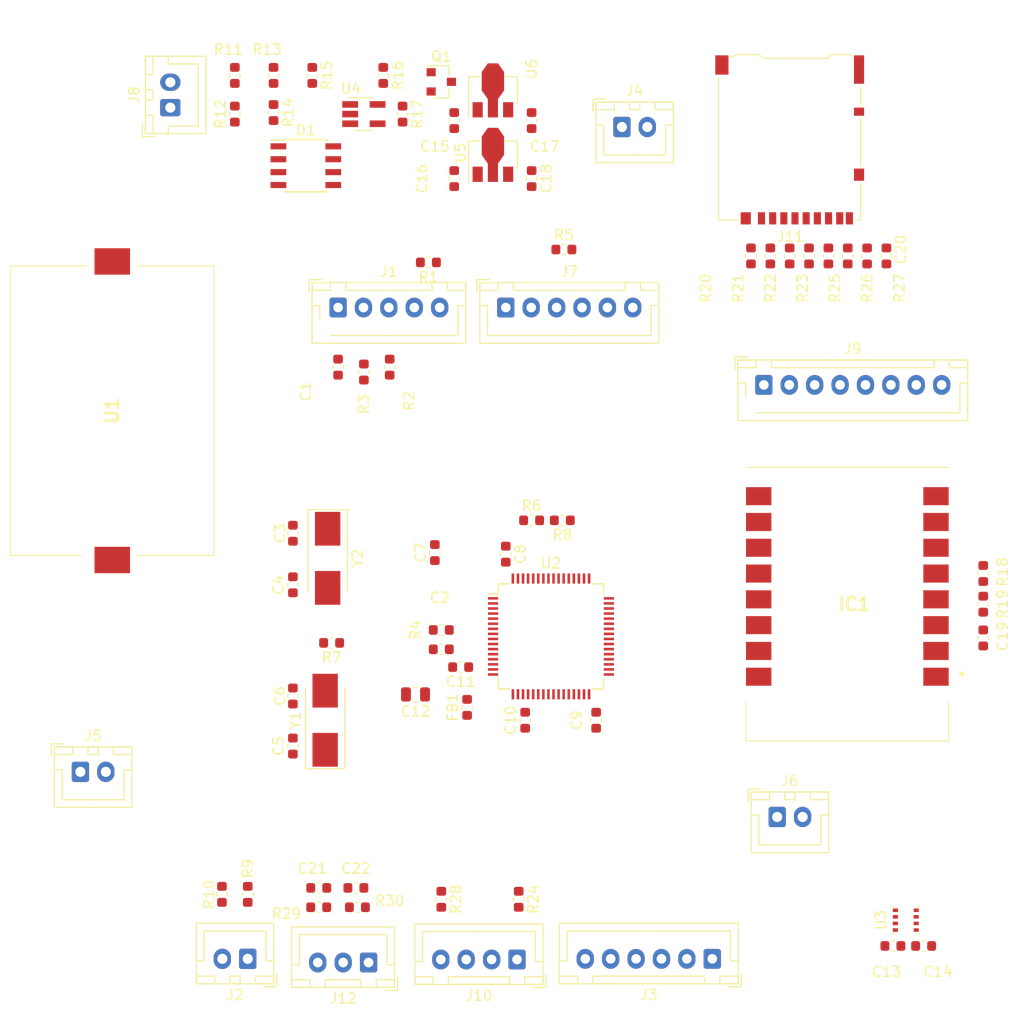
<source format=kicad_pcb>
(kicad_pcb (version 20171130) (host pcbnew "(5.0.2)-1")
  (layers (0 F.Cu signal) (31 B.Cu signal) (34 B.Paste user) (35 F.Paste user) (36 B.SilkS user) (37 F.SilkS user) (38 B.Mask user) (39 F.Mask user) (44 Edge.Cuts user))
  (net 0 "")
  (net 1 GND)
  (net 2 +5V)
  (net 3 Reset)
  (net 4 "Net-(C3-Pad1)")
  (net 5 "Net-(C4-Pad1)")
  (net 6 "Net-(C5-Pad1)")
  (net 7 "Net-(C6-Pad1)")
  (net 8 +3.3V)
  (net 9 "Net-(C11-Pad1)")
  (net 10 "Net-(C15-Pad1)")
  (net 11 /SD/BUTTON_2)
  (net 12 /SD/BUTTON_1)
  (net 13 "Net-(D1-Pad8)")
  (net 14 /LoRa_Lambda_9S/NSEL)
  (net 15 /LoRa_Lambda_9S/SDI)
  (net 16 /LoRa_Lambda_9S/SDO)
  (net 17 /LoRa_Lambda_9S/SCLK)
  (net 18 /LoRa_Lambda_9S/RESET)
  (net 19 "Net-(IC1-Pad11)")
  (net 20 "Net-(IC1-Pad10)")
  (net 21 "Net-(IC1-Pad9)")
  (net 22 "Net-(IC1-Pad8)")
  (net 23 "Net-(IC1-Pad7)")
  (net 24 "Net-(IC1-Pad6)")
  (net 25 /LoRa_Lambda_9S/TX_SWITCH)
  (net 26 /LoRa_Lambda_9S/RX_SWITCH)
  (net 27 "Net-(IC1-Pad1)")
  (net 28 "Net-(J1-Pad2)")
  (net 29 "Net-(J1-Pad3)")
  (net 30 "Net-(J1-Pad4)")
  (net 31 "Net-(J2-Pad1)")
  (net 32 "Net-(J2-Pad2)")
  (net 33 "Net-(J3-Pad1)")
  (net 34 "Net-(J3-Pad2)")
  (net 35 "Net-(J3-Pad3)")
  (net 36 "Net-(J3-Pad4)")
  (net 37 SWO)
  (net 38 SWDIO)
  (net 39 SWCLK)
  (net 40 "Net-(J8-Pad2)")
  (net 41 "Net-(J10-Pad1)")
  (net 42 "Net-(J10-Pad4)")
  (net 43 /SD/SD_D1)
  (net 44 /SD/SD_D2)
  (net 45 /SD/SD_CS)
  (net 46 /SD/SD_CMD)
  (net 47 /SD/SD_CLK)
  (net 48 /SD/SD_D0)
  (net 49 /SD/SD_DET)
  (net 50 "Net-(Q1-Pad1)")
  (net 51 "Net-(R6-Pad2)")
  (net 52 "Net-(R7-Pad1)")
  (net 53 ADC_UBATT)
  (net 54 "Net-(R13-Pad2)")
  (net 55 "Net-(R17-Pad2)")
  (net 56 /SD/LED_GRN)
  (net 57 /SD/LED_RD)
  (net 58 "Net-(U1-Pad1)")
  (net 59 "Net-(U2-Pad2)")
  (net 60 "Net-(U2-Pad11)")
  (net 61 "Net-(U2-Pad14)")
  (net 62 "Net-(U2-Pad15)")
  (net 63 "Net-(U2-Pad26)")
  (net 64 "Net-(U2-Pad27)")
  (net 65 "Net-(U2-Pad28)")
  (net 66 "Net-(U2-Pad29)")
  (net 67 "Net-(U2-Pad30)")
  (net 68 "Net-(U2-Pad44)")
  (net 69 "Net-(U2-Pad45)")
  (net 70 "Net-(U2-Pad48)")
  (net 71 "Net-(U2-Pad50)")
  (net 72 "Net-(U2-Pad54)")
  (net 73 "Net-(U2-Pad56)")
  (net 74 "Net-(U2-Pad57)")
  (net 75 "Net-(U2-Pad58)")
  (net 76 "Net-(U2-Pad59)")
  (net 77 "Net-(U2-Pad61)")
  (net 78 "Net-(U2-Pad62)")
  (module Resistor_SMD:R_0603_1608Metric (layer F.Cu) (at 158.115 64.135 270)
    (fp_text reference C20 (at -0.635 -1.43 270) (layer F.SilkS))
    (fp_text value 100nF)
    (pad 2 smd roundrect (at 0.7875 0 270) (size 0.875 0.95) (layers F.Cu F.Paste F.Mask) (net 8 +3.3V))
    (pad 1 smd roundrect (at -0.7875 0 270) (size 0.875 0.95) (layers F.Cu F.Paste F.Mask) (net 1 GND))
  )
  (module Inductor_SMD:L_0603_1608Metric (layer F.Cu) (at 104.14 75.0825 270)
    (fp_text reference C1 (at 2.3875 3.175 270) (layer F.SilkS))
    (fp_text value 100nF)
    (pad 2 smd roundrect (at 0.7875 0 270) (size 0.875 0.95) (layers F.Cu F.Paste F.Mask) (net 1 GND))
    (pad 1 smd roundrect (at -0.7875 0 270) (size 0.875 0.95) (layers F.Cu F.Paste F.Mask) (net 2 +5V))
  )
  (module Inductor_SMD:L_0603_1608Metric (layer F.Cu) (at 116.84 108.585 90)
    (fp_text reference FB1 (at 0 -1.43 90) (layer F.SilkS))
    (fp_text value Ferrite_Bead)
    (pad 2 smd roundrect (at 0.7875 0 90) (size 0.875 0.95) (layers F.Cu F.Paste F.Mask) (net 9 "Net-(C11-Pad1)"))
    (pad 1 smd roundrect (at -0.7875 0 90) (size 0.875 0.95) (layers F.Cu F.Paste F.Mask) (net 8 +3.3V))
  )
  (module Resistor_SMD:R_0603_1608Metric (layer F.Cu) (at 102.235 126.365 180)
    (fp_text reference C21 (at 0.635 1.905 180) (layer F.SilkS))
    (fp_text value 100nF)
    (pad 2 smd roundrect (at 0.7875 0 180) (size 0.875 0.95) (layers F.Cu F.Paste F.Mask) (net 1 GND))
    (pad 1 smd roundrect (at -0.7875 0 180) (size 0.875 0.95) (layers F.Cu F.Paste F.Mask) (net 11 /SD/BUTTON_2))
  )
  (module Resistor_SMD:R_0603_1608Metric (layer F.Cu) (at 105.8925 126.365)
    (fp_text reference C22 (at 0 -1.905) (layer F.SilkS))
    (fp_text value 100nF)
    (pad 2 smd roundrect (at 0.7875 0) (size 0.875 0.95) (layers F.Cu F.Paste F.Mask) (net 12 /SD/BUTTON_1))
    (pad 1 smd roundrect (at -0.7875 0) (size 0.875 0.95) (layers F.Cu F.Paste F.Mask) (net 1 GND))
  )
  (module Resistor_SMD:R_0603_1608Metric (layer F.Cu) (at 113.665 93.345 90)
    (fp_text reference C7 (at 0 -1.43 90) (layer F.SilkS))
    (fp_text value 4.7µF)
    (pad 2 smd roundrect (at 0.7875 0 90) (size 0.875 0.95) (layers F.Cu F.Paste F.Mask) (net 1 GND))
    (pad 1 smd roundrect (at -0.7875 0 90) (size 0.875 0.95) (layers F.Cu F.Paste F.Mask) (net 8 +3.3V))
  )
  (module Capacitor_SMD:C_0603_1608Metric (layer F.Cu) (at 114.3 102.87 180)
    (fp_text reference C2 (at 0.1525 5.08 180) (layer F.SilkS))
    (fp_text value 100nF)
    (pad 1 smd roundrect (at -0.7875 0 180) (size 0.875 0.95) (layers F.Cu F.Paste F.Mask) (net 3 Reset))
    (pad 2 smd roundrect (at 0.7875 0 180) (size 0.875 0.95) (layers F.Cu F.Paste F.Mask) (net 1 GND))
  )
  (module Capacitor_SMD:C_0603_1608Metric (layer F.Cu) (at 99.695 91.44 270)
    (fp_text reference C3 (at 0 1.27 270) (layer F.SilkS))
    (fp_text value 10pF)
    (pad 1 smd roundrect (at -0.7875 0 270) (size 0.875 0.95) (layers F.Cu F.Paste F.Mask) (net 4 "Net-(C3-Pad1)"))
    (pad 2 smd roundrect (at 0.7875 0 270) (size 0.875 0.95) (layers F.Cu F.Paste F.Mask) (net 1 GND))
  )
  (module Capacitor_SMD:C_0603_1608Metric (layer F.Cu) (at 99.695 96.52 90)
    (fp_text reference C4 (at 0 -1.43 90) (layer F.SilkS))
    (fp_text value 10pF)
    (pad 1 smd roundrect (at -0.7875 0 90) (size 0.875 0.95) (layers F.Cu F.Paste F.Mask) (net 5 "Net-(C4-Pad1)"))
    (pad 2 smd roundrect (at 0.7875 0 90) (size 0.875 0.95) (layers F.Cu F.Paste F.Mask) (net 1 GND))
  )
  (module Capacitor_SMD:C_0603_1608Metric (layer F.Cu) (at 99.695 112.395 90)
    (fp_text reference C5 (at 0 -1.43 90) (layer F.SilkS))
    (fp_text value 10pF)
    (pad 1 smd roundrect (at -0.7875 0 90) (size 0.875 0.95) (layers F.Cu F.Paste F.Mask) (net 6 "Net-(C5-Pad1)"))
    (pad 2 smd roundrect (at 0.7875 0 90) (size 0.875 0.95) (layers F.Cu F.Paste F.Mask) (net 1 GND))
  )
  (module Capacitor_SMD:C_0603_1608Metric (layer F.Cu) (at 99.695 107.4675 270)
    (fp_text reference C6 (at 0 1.27 270) (layer F.SilkS))
    (fp_text value 10pF)
    (pad 2 smd roundrect (at 0.7875 0 270) (size 0.875 0.95) (layers F.Cu F.Paste F.Mask) (net 1 GND))
    (pad 1 smd roundrect (at -0.7875 0 270) (size 0.875 0.95) (layers F.Cu F.Paste F.Mask) (net 7 "Net-(C6-Pad1)"))
  )
  (module Capacitor_SMD:C_0603_1608Metric (layer F.Cu) (at 120.65 93.4975 270)
    (fp_text reference C8 (at 0 -1.43 90) (layer F.SilkS))
    (fp_text value 100nF)
    (pad 2 smd roundrect (at 0.7875 0 270) (size 0.875 0.95) (layers F.Cu F.Paste F.Mask) (net 8 +3.3V))
    (pad 1 smd roundrect (at -0.7875 0 270) (size 0.875 0.95) (layers F.Cu F.Paste F.Mask) (net 1 GND))
  )
  (module Capacitor_SMD:C_0603_1608Metric (layer F.Cu) (at 129.54 109.855 90)
    (fp_text reference C9 (at 0 -1.905 90) (layer F.SilkS))
    (fp_text value 100nF)
    (pad 1 smd roundrect (at -0.7875 0 90) (size 0.875 0.95) (layers F.Cu F.Paste F.Mask) (net 1 GND))
    (pad 2 smd roundrect (at 0.7875 0 90) (size 0.875 0.95) (layers F.Cu F.Paste F.Mask) (net 8 +3.3V))
  )
  (module Capacitor_SMD:C_0603_1608Metric (layer F.Cu) (at 122.555 109.855 90)
    (fp_text reference C10 (at 0 -1.43 90) (layer F.SilkS))
    (fp_text value 100nF)
    (pad 2 smd roundrect (at 0.7875 0 90) (size 0.875 0.95) (layers F.Cu F.Paste F.Mask) (net 8 +3.3V))
    (pad 1 smd roundrect (at -0.7875 0 90) (size 0.875 0.95) (layers F.Cu F.Paste F.Mask) (net 1 GND))
  )
  (module Capacitor_SMD:C_0603_1608Metric (layer F.Cu) (at 116.205 104.6225 180)
    (fp_text reference C11 (at 0 -1.4225 180) (layer F.SilkS))
    (fp_text value 100nF)
    (pad 2 smd roundrect (at 0.7875 0 180) (size 0.875 0.95) (layers F.Cu F.Paste F.Mask) (net 1 GND))
    (pad 1 smd roundrect (at -0.7875 0 180) (size 0.875 0.95) (layers F.Cu F.Paste F.Mask) (net 9 "Net-(C11-Pad1)"))
  )
  (module Capacitor_SMD:C_0805_2012Metric (layer F.Cu) (at 111.76 107.315 180)
    (fp_text reference C12 (at 0 -1.65 180) (layer F.SilkS))
    (fp_text value 4.7µF)
    (pad 1 smd roundrect (at -0.9375 0 180) (size 0.975 1.4) (layers F.Cu F.Paste F.Mask) (net 9 "Net-(C11-Pad1)"))
    (pad 2 smd roundrect (at 0.9375 0 180) (size 0.975 1.4) (layers F.Cu F.Paste F.Mask) (net 1 GND))
  )
  (module Capacitor_SMD:C_0603_1608Metric (layer F.Cu) (at 158.75 132.08)
    (fp_text reference C13 (at -0.635 2.54) (layer F.SilkS))
    (fp_text value 100nF)
    (pad 2 smd roundrect (at 0.7875 0) (size 0.875 0.95) (layers F.Cu F.Paste F.Mask) (net 8 +3.3V))
    (pad 1 smd roundrect (at -0.7875 0) (size 0.875 0.95) (layers F.Cu F.Paste F.Mask) (net 1 GND))
  )
  (module Capacitor_SMD:C_0603_1608Metric (layer F.Cu) (at 161.7725 132.08)
    (fp_text reference C14 (at 1.4225 2.54) (layer F.SilkS))
    (fp_text value 100nF)
    (pad 1 smd roundrect (at -0.7875 0) (size 0.875 0.95) (layers F.Cu F.Paste F.Mask) (net 8 +3.3V))
    (pad 2 smd roundrect (at 0.7875 0) (size 0.875 0.95) (layers F.Cu F.Paste F.Mask) (net 1 GND))
  )
  (module Capacitor_SMD:C_0603_1608Metric (layer F.Cu) (at 115.57 50.8 270)
    (fp_text reference C15 (at 2.54 1.905) (layer F.SilkS))
    (fp_text value 1µF)
    (pad 1 smd roundrect (at -0.7875 0 270) (size 0.875 0.95) (layers F.Cu F.Paste F.Mask) (net 10 "Net-(C15-Pad1)"))
    (pad 2 smd roundrect (at 0.7875 0 270) (size 0.875 0.95) (layers F.Cu F.Paste F.Mask) (net 1 GND))
  )
  (module Capacitor_SMD:C_0603_1608Metric (layer F.Cu) (at 115.57 56.515 270)
    (fp_text reference C16 (at 0 3.175 270) (layer F.SilkS))
    (fp_text value 1µF)
    (pad 2 smd roundrect (at 0.7875 0 270) (size 0.875 0.95) (layers F.Cu F.Paste F.Mask) (net 1 GND))
    (pad 1 smd roundrect (at -0.7875 0 270) (size 0.875 0.95) (layers F.Cu F.Paste F.Mask) (net 10 "Net-(C15-Pad1)"))
  )
  (module Capacitor_SMD:C_0603_1608Metric (layer F.Cu) (at 123.19 50.8 270)
    (fp_text reference C17 (at 2.54 -1.27) (layer F.SilkS))
    (fp_text value 2.2µF)
    (pad 2 smd roundrect (at 0.7875 0 270) (size 0.875 0.95) (layers F.Cu F.Paste F.Mask) (net 1 GND))
    (pad 1 smd roundrect (at -0.7875 0 270) (size 0.875 0.95) (layers F.Cu F.Paste F.Mask) (net 2 +5V))
  )
  (module Capacitor_SMD:C_0603_1608Metric (layer F.Cu) (at 123.19 56.515 270)
    (fp_text reference C18 (at 0 -1.43 270) (layer F.SilkS))
    (fp_text value 2.2µF)
    (pad 1 smd roundrect (at -0.7875 0 270) (size 0.875 0.95) (layers F.Cu F.Paste F.Mask) (net 8 +3.3V))
    (pad 2 smd roundrect (at 0.7875 0 270) (size 0.875 0.95) (layers F.Cu F.Paste F.Mask) (net 1 GND))
  )
  (module Capacitor_SMD:C_0603_1608Metric (layer F.Cu) (at 167.64 101.7525 90)
    (fp_text reference C19 (at 0.1525 1.905 90) (layer F.SilkS))
    (fp_text value 1µF)
    (pad 2 smd roundrect (at 0.7875 0 90) (size 0.875 0.95) (layers F.Cu F.Paste F.Mask) (net 8 +3.3V))
    (pad 1 smd roundrect (at -0.7875 0 90) (size 0.875 0.95) (layers F.Cu F.Paste F.Mask) (net 1 GND))
  )
  (module Package_SO:SOIC-8_3.9x4.9mm_P1.27mm (layer F.Cu) (at 100.965 55.245)
    (fp_text reference D1 (at 0 -3.5) (layer F.SilkS))
    (fp_text value LM285D-2.5)
    (pad 1 smd rect (at -2.7 -1.905) (size 1.55 0.6) (layers F.Cu F.Paste F.Mask))
    (pad 2 smd rect (at -2.7 -0.635) (size 1.55 0.6) (layers F.Cu F.Paste F.Mask))
    (pad 3 smd rect (at -2.7 0.635) (size 1.55 0.6) (layers F.Cu F.Paste F.Mask))
    (pad 4 smd rect (at -2.7 1.905) (size 1.55 0.6) (layers F.Cu F.Paste F.Mask) (net 1 GND))
    (pad 5 smd rect (at 2.7 1.905) (size 1.55 0.6) (layers F.Cu F.Paste F.Mask))
    (pad 6 smd rect (at 2.7 0.635) (size 1.55 0.6) (layers F.Cu F.Paste F.Mask))
    (pad 7 smd rect (at 2.7 -0.635) (size 1.55 0.6) (layers F.Cu F.Paste F.Mask))
    (pad 8 smd rect (at 2.7 -1.905) (size 1.55 0.6) (layers F.Cu F.Paste F.Mask) (net 13 "Net-(D1-Pad8)"))
  )
  (module Lambda_9S:LAMBDA9S (layer F.Cu) (at 154.94 98.425 180)
    (fp_text reference IC1 (at 0 0 180) (layer F.SilkS) (effects (font (size 1.27 1.27) (thickness 0.254))))
    (fp_text value LAMBDA-9S hide)
    (pad 16 smd rect (at 9.4 -7.145 270) (size 1.78 2.5) (layers F.Cu F.Paste F.Mask) (net 14 /LoRa_Lambda_9S/NSEL))
    (pad 15 smd rect (at 9.4 -4.605 270) (size 1.78 2.5) (layers F.Cu F.Paste F.Mask) (net 15 /LoRa_Lambda_9S/SDI))
    (pad 14 smd rect (at 9.4 -2.065 270) (size 1.78 2.5) (layers F.Cu F.Paste F.Mask) (net 16 /LoRa_Lambda_9S/SDO))
    (pad 13 smd rect (at 9.4 0.475 270) (size 1.78 2.5) (layers F.Cu F.Paste F.Mask) (net 17 /LoRa_Lambda_9S/SCLK))
    (pad 12 smd rect (at 9.4 3.015 270) (size 1.78 2.5) (layers F.Cu F.Paste F.Mask) (net 18 /LoRa_Lambda_9S/RESET))
    (pad 11 smd rect (at 9.4 5.555 270) (size 1.78 2.5) (layers F.Cu F.Paste F.Mask) (net 19 "Net-(IC1-Pad11)"))
    (pad 10 smd rect (at 9.4 8.095 270) (size 1.78 2.5) (layers F.Cu F.Paste F.Mask) (net 20 "Net-(IC1-Pad10)"))
    (pad 9 smd rect (at 9.4 10.635 270) (size 1.78 2.5) (layers F.Cu F.Paste F.Mask) (net 21 "Net-(IC1-Pad9)"))
    (pad 8 smd rect (at -8.05 10.635 270) (size 1.78 2.5) (layers F.Cu F.Paste F.Mask) (net 22 "Net-(IC1-Pad8)"))
    (pad 7 smd rect (at -8.05 8.095 270) (size 1.78 2.5) (layers F.Cu F.Paste F.Mask) (net 23 "Net-(IC1-Pad7)"))
    (pad 6 smd rect (at -8.05 5.555 270) (size 1.78 2.5) (layers F.Cu F.Paste F.Mask) (net 24 "Net-(IC1-Pad6)"))
    (pad 5 smd rect (at -8.05 3.015 270) (size 1.78 2.5) (layers F.Cu F.Paste F.Mask) (net 25 /LoRa_Lambda_9S/TX_SWITCH))
    (pad 4 smd rect (at -8.05 0.475 270) (size 1.78 2.5) (layers F.Cu F.Paste F.Mask) (net 26 /LoRa_Lambda_9S/RX_SWITCH))
    (pad 3 smd rect (at -8.05 -2.065 270) (size 1.78 2.5) (layers F.Cu F.Paste F.Mask) (net 8 +3.3V))
    (pad 2 smd rect (at -8.05 -4.605 270) (size 1.78 2.5) (layers F.Cu F.Paste F.Mask) (net 1 GND))
    (pad 1 smd rect (at -8.05 -7.145 270) (size 1.78 2.5) (layers F.Cu F.Paste F.Mask) (net 27 "Net-(IC1-Pad1)"))
  )
  (module Connector_JST:JST_XH_B05B-XH-AM_1x05_P2.50mm_Vertical (layer F.Cu) (at 104.14 69.215)
    (fp_text reference J1 (at 5 -3.55) (layer F.SilkS))
    (fp_text value CONN_SPS30)
    (pad 1 thru_hole roundrect (at 0 0) (size 1.7 1.95) (drill 0.95) (layers *.Cu *.Mask) (roundrect_rratio 0.147059) (net 2 +5V))
    (pad 2 thru_hole oval (at 2.5 0) (size 1.7 1.95) (drill 0.95) (layers *.Cu *.Mask) (net 28 "Net-(J1-Pad2)"))
    (pad 3 thru_hole oval (at 5 0) (size 1.7 1.95) (drill 0.95) (layers *.Cu *.Mask) (net 29 "Net-(J1-Pad3)"))
    (pad 4 thru_hole oval (at 7.5 0) (size 1.7 1.95) (drill 0.95) (layers *.Cu *.Mask) (net 30 "Net-(J1-Pad4)"))
    (pad 5 thru_hole oval (at 10 0) (size 1.7 1.95) (drill 0.95) (layers *.Cu *.Mask) (net 1 GND))
    (pad "" np_thru_hole circle (at -1.6 2) (size 1.2 1.2) (drill 1.2) (layers *.Cu *.Mask))
  )
  (module Connector_JST:JST_XH_B02B-XH-A_1x02_P2.50mm_Vertical (layer F.Cu) (at 95.25 133.35 180)
    (fp_text reference J2 (at 1.25 -3.55 180) (layer F.SilkS))
    (fp_text value CONN_USART)
    (pad 1 thru_hole roundrect (at 0 0 180) (size 1.7 2) (drill 1) (layers *.Cu *.Mask) (roundrect_rratio 0.147059) (net 31 "Net-(J2-Pad1)"))
    (pad 2 thru_hole oval (at 2.5 0 180) (size 1.7 2) (drill 1) (layers *.Cu *.Mask) (net 32 "Net-(J2-Pad2)"))
  )
  (module Connector_JST:JST_XH_B06B-XH-A_1x06_P2.50mm_Vertical (layer F.Cu) (at 140.97 133.35 180)
    (fp_text reference J3 (at 6.25 -3.55 180) (layer F.SilkS))
    (fp_text value CONN_SPARE)
    (pad 1 thru_hole roundrect (at 0 0 180) (size 1.7 1.95) (drill 0.95) (layers *.Cu *.Mask) (roundrect_rratio 0.147059) (net 33 "Net-(J3-Pad1)"))
    (pad 2 thru_hole oval (at 2.5 0 180) (size 1.7 1.95) (drill 0.95) (layers *.Cu *.Mask) (net 34 "Net-(J3-Pad2)"))
    (pad 3 thru_hole oval (at 5 0 180) (size 1.7 1.95) (drill 0.95) (layers *.Cu *.Mask) (net 35 "Net-(J3-Pad3)"))
    (pad 4 thru_hole oval (at 7.5 0 180) (size 1.7 1.95) (drill 0.95) (layers *.Cu *.Mask) (net 36 "Net-(J3-Pad4)"))
    (pad 5 thru_hole oval (at 10 0 180) (size 1.7 1.95) (drill 0.95) (layers *.Cu *.Mask) (net 1 GND))
    (pad 6 thru_hole oval (at 12.5 0 180) (size 1.7 1.95) (drill 0.95) (layers *.Cu *.Mask) (net 2 +5V))
  )
  (module Connector_JST:JST_XH_B02B-XH-A_1x02_P2.50mm_Vertical (layer F.Cu) (at 132.08 51.435)
    (fp_text reference J4 (at 1.25 -3.55) (layer F.SilkS))
    (fp_text value CONN_USART)
    (pad 2 thru_hole oval (at 2.5 0) (size 1.7 2) (drill 1) (layers *.Cu *.Mask) (net 1 GND))
    (pad 1 thru_hole roundrect (at 0 0) (size 1.7 2) (drill 1) (layers *.Cu *.Mask) (roundrect_rratio 0.147059) (net 1 GND))
  )
  (module Connector_JST:JST_XH_B02B-XH-A_1x02_P2.50mm_Vertical (layer F.Cu) (at 78.78 114.935)
    (fp_text reference J5 (at 1.25 -3.55) (layer F.SilkS))
    (fp_text value CONN_USART)
    (pad 1 thru_hole roundrect (at 0 0) (size 1.7 2) (drill 1) (layers *.Cu *.Mask) (roundrect_rratio 0.147059) (net 1 GND))
    (pad 2 thru_hole oval (at 2.5 0) (size 1.7 2) (drill 1) (layers *.Cu *.Mask) (net 1 GND))
  )
  (module Connector_JST:JST_XH_B02B-XH-A_1x02_P2.50mm_Vertical (layer F.Cu) (at 147.36 119.38)
    (fp_text reference J6 (at 1.25 -3.55) (layer F.SilkS))
    (fp_text value CONN_USART)
    (pad 2 thru_hole oval (at 2.5 0) (size 1.7 2) (drill 1) (layers *.Cu *.Mask) (net 1 GND))
    (pad 1 thru_hole roundrect (at 0 0) (size 1.7 2) (drill 1) (layers *.Cu *.Mask) (roundrect_rratio 0.147059) (net 1 GND))
  )
  (module Connector_JST:JST_XH_B06B-XH-A_1x06_P2.50mm_Vertical (layer F.Cu) (at 120.65 69.215)
    (fp_text reference J7 (at 6.25 -3.55) (layer F.SilkS))
    (fp_text value CONN_SWD)
    (pad 6 thru_hole oval (at 12.5 0) (size 1.7 1.95) (drill 0.95) (layers *.Cu *.Mask) (net 37 SWO))
    (pad 5 thru_hole oval (at 10 0) (size 1.7 1.95) (drill 0.95) (layers *.Cu *.Mask) (net 3 Reset))
    (pad 4 thru_hole oval (at 7.5 0) (size 1.7 1.95) (drill 0.95) (layers *.Cu *.Mask) (net 38 SWDIO))
    (pad 3 thru_hole oval (at 5 0) (size 1.7 1.95) (drill 0.95) (layers *.Cu *.Mask) (net 1 GND))
    (pad 2 thru_hole oval (at 2.5 0) (size 1.7 1.95) (drill 0.95) (layers *.Cu *.Mask) (net 39 SWCLK))
    (pad 1 thru_hole roundrect (at 0 0) (size 1.7 1.95) (drill 0.95) (layers *.Cu *.Mask) (roundrect_rratio 0.147059) (net 8 +3.3V))
  )
  (module Connector_JST:JST_XH_B02B-XH-A_1x02_P2.50mm_Vertical (layer F.Cu) (at 87.63 49.53 90)
    (fp_text reference J8 (at 1.25 -3.55 90) (layer F.SilkS))
    (fp_text value CONN_VBAT_UB)
    (pad 1 thru_hole roundrect (at 0 0 90) (size 1.7 2) (drill 1) (layers *.Cu *.Mask) (roundrect_rratio 0.147059) (net 1 GND))
    (pad 2 thru_hole oval (at 2.5 0 90) (size 1.7 2) (drill 1) (layers *.Cu *.Mask) (net 40 "Net-(J8-Pad2)"))
  )
  (module Connector_JST:JST_XH_B08B-XH-AM_1x08_P2.50mm_Vertical (layer F.Cu) (at 146.05 76.835)
    (fp_text reference J9 (at 8.75 -3.55) (layer F.SilkS))
    (fp_text value CONN_IO)
    (pad 1 thru_hole roundrect (at 0 0) (size 1.7 1.95) (drill 0.95) (layers *.Cu *.Mask) (roundrect_rratio 0.147059) (net 1 GND))
    (pad 2 thru_hole oval (at 2.5 0) (size 1.7 1.95) (drill 0.95) (layers *.Cu *.Mask) (net 8 +3.3V))
    (pad 3 thru_hole oval (at 5 0) (size 1.7 1.95) (drill 0.95) (layers *.Cu *.Mask) (net 19 "Net-(IC1-Pad11)"))
    (pad 4 thru_hole oval (at 7.5 0) (size 1.7 1.95) (drill 0.95) (layers *.Cu *.Mask) (net 20 "Net-(IC1-Pad10)"))
    (pad 5 thru_hole oval (at 10 0) (size 1.7 1.95) (drill 0.95) (layers *.Cu *.Mask) (net 21 "Net-(IC1-Pad9)"))
    (pad 6 thru_hole oval (at 12.5 0) (size 1.7 1.95) (drill 0.95) (layers *.Cu *.Mask) (net 22 "Net-(IC1-Pad8)"))
    (pad 7 thru_hole oval (at 15 0) (size 1.7 1.95) (drill 0.95) (layers *.Cu *.Mask) (net 23 "Net-(IC1-Pad7)"))
    (pad 8 thru_hole oval (at 17.5 0) (size 1.7 1.95) (drill 0.95) (layers *.Cu *.Mask) (net 24 "Net-(IC1-Pad6)"))
    (pad "" np_thru_hole circle (at -1.6 2) (size 1.2 1.2) (drill 1.2) (layers *.Cu *.Mask))
  )
  (module Connector_JST:JST_XH_B04B-XH-A_1x04_P2.50mm_Vertical (layer F.Cu) (at 121.753754 133.4156 180)
    (fp_text reference J10 (at 3.75 -3.55 180) (layer F.SilkS))
    (fp_text value CONN_LEDS)
    (pad 1 thru_hole roundrect (at 0 0 180) (size 1.7 1.95) (drill 0.95) (layers *.Cu *.Mask) (roundrect_rratio 0.147059) (net 41 "Net-(J10-Pad1)"))
    (pad 2 thru_hole oval (at 2.5 0 180) (size 1.7 1.95) (drill 0.95) (layers *.Cu *.Mask) (net 8 +3.3V))
    (pad 3 thru_hole oval (at 5 0 180) (size 1.7 1.95) (drill 0.95) (layers *.Cu *.Mask) (net 8 +3.3V))
    (pad 4 thru_hole oval (at 7.5 0 180) (size 1.7 1.95) (drill 0.95) (layers *.Cu *.Mask) (net 42 "Net-(J10-Pad4)"))
  )
  (module Connector_Card:microSD_HC_Hirose_DM3AT-SF-PEJM5 (layer F.Cu) (at 148.59 52.705 180)
    (fp_text reference J11 (at -0.075 -9.525 180) (layer F.SilkS))
    (fp_text value Micro_SD_Card_Det)
    (pad 9 smd rect (at -5.875 -7.725 180) (size 0.7 1.2) (layers F.Cu F.Paste F.Mask) (net 1 GND))
    (pad 8 smd rect (at -4.925 -7.725 180) (size 0.7 1.2) (layers F.Cu F.Paste F.Mask) (net 43 /SD/SD_D1))
    (pad 1 smd rect (at 2.775 -7.725 180) (size 0.7 1.2) (layers F.Cu F.Paste F.Mask) (net 44 /SD/SD_D2))
    (pad 2 smd rect (at 1.675 -7.725 180) (size 0.7 1.2) (layers F.Cu F.Paste F.Mask) (net 45 /SD/SD_CS))
    (pad 3 smd rect (at 0.575 -7.725 180) (size 0.7 1.2) (layers F.Cu F.Paste F.Mask) (net 46 /SD/SD_CMD))
    (pad 4 smd rect (at -0.525 -7.725 180) (size 0.7 1.2) (layers F.Cu F.Paste F.Mask) (net 8 +3.3V))
    (pad 5 smd rect (at -1.625 -7.725 180) (size 0.7 1.2) (layers F.Cu F.Paste F.Mask) (net 47 /SD/SD_CLK))
    (pad 6 smd rect (at -2.725 -7.725 180) (size 0.7 1.2) (layers F.Cu F.Paste F.Mask) (net 1 GND))
    (pad 7 smd rect (at -3.825 -7.725 180) (size 0.7 1.2) (layers F.Cu F.Paste F.Mask) (net 48 /SD/SD_D0))
    (pad 11 smd rect (at 4.325 -7.725 180) (size 1 1.2) (layers F.Cu F.Paste F.Mask) (net 1 GND))
    (pad 11 smd rect (at -6.825 -3.425 180) (size 1 1.2) (layers F.Cu F.Paste F.Mask) (net 1 GND))
    (pad 10 smd rect (at -6.825 2.775 180) (size 1 0.8) (layers F.Cu F.Paste F.Mask) (net 49 /SD/SD_DET))
    (pad 11 smd rect (at -6.825 6.925 180) (size 1 2.8) (layers F.Cu F.Paste F.Mask) (net 1 GND))
    (pad 11 smd rect (at 6.675 7.375 180) (size 1.3 1.9) (layers F.Cu F.Paste F.Mask) (net 1 GND))
  )
  (module Connector_JST:JST_XH_B03B-XH-A_1x03_P2.50mm_Vertical (layer F.Cu) (at 107.141316 133.71264 180)
    (fp_text reference J12 (at 2.5 -3.55 180) (layer F.SilkS))
    (fp_text value CONN_BUTTONS)
    (pad 1 thru_hole roundrect (at 0 0 180) (size 1.7 1.95) (drill 0.95) (layers *.Cu *.Mask) (roundrect_rratio 0.147059) (net 12 /SD/BUTTON_1))
    (pad 2 thru_hole oval (at 2.5 0 180) (size 1.7 1.95) (drill 0.95) (layers *.Cu *.Mask) (net 1 GND))
    (pad 3 thru_hole oval (at 5 0 180) (size 1.7 1.95) (drill 0.95) (layers *.Cu *.Mask) (net 11 /SD/BUTTON_2))
  )
  (module Package_TO_SOT_SMD:SOT-23 (layer F.Cu) (at 114.3 46.99)
    (fp_text reference Q1 (at 0 -2.5) (layer F.SilkS))
    (fp_text value BSS83P)
    (pad 1 smd rect (at -1 -0.95) (size 0.9 0.8) (layers F.Cu F.Paste F.Mask) (net 50 "Net-(Q1-Pad1)"))
    (pad 2 smd rect (at -1 0.95) (size 0.9 0.8) (layers F.Cu F.Paste F.Mask) (net 40 "Net-(J8-Pad2)"))
    (pad 3 smd rect (at 1 0) (size 0.9 0.8) (layers F.Cu F.Paste F.Mask) (net 10 "Net-(C15-Pad1)"))
  )
  (module Resistor_SMD:R_0603_1608Metric (layer F.Cu) (at 113.03 64.77 180)
    (fp_text reference R1 (at 0 -1.43 180) (layer F.SilkS))
    (fp_text value COM_SEL)
    (pad 1 smd roundrect (at -0.7875 0 180) (size 0.875 0.95) (layers F.Cu F.Paste F.Mask) (net 1 GND))
    (pad 2 smd roundrect (at 0.7875 0 180) (size 0.875 0.95) (layers F.Cu F.Paste F.Mask) (net 30 "Net-(J1-Pad4)"))
  )
  (module Resistor_SMD:R_0603_1608Metric (layer F.Cu) (at 109.22 75.0825 270)
    (fp_text reference R2 (at 3.3275 -1.905 90) (layer F.SilkS))
    (fp_text value 4.7k)
    (pad 1 smd roundrect (at -0.7875 0 270) (size 0.875 0.95) (layers F.Cu F.Paste F.Mask) (net 29 "Net-(J1-Pad3)"))
    (pad 2 smd roundrect (at 0.7875 0 270) (size 0.875 0.95) (layers F.Cu F.Paste F.Mask) (net 8 +3.3V))
  )
  (module Resistor_SMD:R_0603_1608Metric (layer F.Cu) (at 106.68 75.565 270)
    (fp_text reference R3 (at 3.175 0 270) (layer F.SilkS))
    (fp_text value 4.7k)
    (pad 1 smd roundrect (at -0.7875 0 270) (size 0.875 0.95) (layers F.Cu F.Paste F.Mask) (net 28 "Net-(J1-Pad2)"))
    (pad 2 smd roundrect (at 0.7875 0 270) (size 0.875 0.95) (layers F.Cu F.Paste F.Mask) (net 8 +3.3V))
  )
  (module Resistor_SMD:R_0603_1608Metric (layer F.Cu) (at 114.3 100.965 180)
    (fp_text reference R4 (at 2.54 0 270) (layer F.SilkS))
    (fp_text value DNP)
    (pad 2 smd roundrect (at 0.7875 0 180) (size 0.875 0.95) (layers F.Cu F.Paste F.Mask) (net 1 GND))
    (pad 1 smd roundrect (at -0.7875 0 180) (size 0.875 0.95) (layers F.Cu F.Paste F.Mask) (net 3 Reset))
  )
  (module Resistor_SMD:R_0603_1608Metric (layer F.Cu) (at 126.365 63.5)
    (fp_text reference R5 (at 0 -1.43) (layer F.SilkS))
    (fp_text value DNP)
    (pad 1 smd roundrect (at -0.7875 0) (size 0.875 0.95) (layers F.Cu F.Paste F.Mask) (net 8 +3.3V))
    (pad 2 smd roundrect (at 0.7875 0) (size 0.875 0.95) (layers F.Cu F.Paste F.Mask) (net 3 Reset))
  )
  (module Resistor_SMD:R_0603_1608Metric (layer F.Cu) (at 123.19 90.17)
    (fp_text reference R6 (at 0 -1.43) (layer F.SilkS))
    (fp_text value DNP)
    (pad 1 smd roundrect (at -0.7875 0) (size 0.875 0.95) (layers F.Cu F.Paste F.Mask) (net 8 +3.3V))
    (pad 2 smd roundrect (at 0.7875 0) (size 0.875 0.95) (layers F.Cu F.Paste F.Mask) (net 51 "Net-(R6-Pad2)"))
  )
  (module Resistor_SMD:R_0603_1608Metric (layer F.Cu) (at 103.505 102.235 180)
    (fp_text reference R7 (at 0 -1.43 180) (layer F.SilkS))
    (fp_text value 200k)
    (pad 2 smd roundrect (at 0.7875 0 180) (size 0.875 0.95) (layers F.Cu F.Paste F.Mask) (net 7 "Net-(C6-Pad1)"))
    (pad 1 smd roundrect (at -0.7875 0 180) (size 0.875 0.95) (layers F.Cu F.Paste F.Mask) (net 52 "Net-(R7-Pad1)"))
  )
  (module Resistor_SMD:R_0603_1608Metric (layer F.Cu) (at 126.2125 90.17 180)
    (fp_text reference R8 (at 0 -1.43 180) (layer F.SilkS))
    (fp_text value 10k)
    (pad 2 smd roundrect (at 0.7875 0 180) (size 0.875 0.95) (layers F.Cu F.Paste F.Mask) (net 51 "Net-(R6-Pad2)"))
    (pad 1 smd roundrect (at -0.7875 0 180) (size 0.875 0.95) (layers F.Cu F.Paste F.Mask) (net 1 GND))
  )
  (module Resistor_SMD:R_0603_1608Metric (layer F.Cu) (at 95.25 127 90)
    (fp_text reference R9 (at 2.54 0 90) (layer F.SilkS))
    (fp_text value 10k)
    (pad 2 smd roundrect (at 0.7875 0 90) (size 0.875 0.95) (layers F.Cu F.Paste F.Mask) (net 8 +3.3V))
    (pad 1 smd roundrect (at -0.7875 0 90) (size 0.875 0.95) (layers F.Cu F.Paste F.Mask) (net 31 "Net-(J2-Pad1)"))
  )
  (module Resistor_SMD:R_0603_1608Metric (layer F.Cu) (at 92.71 127 90)
    (fp_text reference R10 (at 0 -1.27 90) (layer F.SilkS))
    (fp_text value 10k)
    (pad 1 smd roundrect (at -0.7875 0 90) (size 0.875 0.95) (layers F.Cu F.Paste F.Mask) (net 32 "Net-(J2-Pad2)"))
    (pad 2 smd roundrect (at 0.7875 0 90) (size 0.875 0.95) (layers F.Cu F.Paste F.Mask) (net 8 +3.3V))
  )
  (module Resistor_SMD:R_0603_1608Metric (layer F.Cu) (at 93.98 46.355 270)
    (fp_text reference R11 (at -2.54 0.635) (layer F.SilkS))
    (fp_text value 330k)
    (pad 1 smd roundrect (at -0.7875 0 270) (size 0.875 0.95) (layers F.Cu F.Paste F.Mask) (net 40 "Net-(J8-Pad2)"))
    (pad 2 smd roundrect (at 0.7875 0 270) (size 0.875 0.95) (layers F.Cu F.Paste F.Mask) (net 53 ADC_UBATT))
  )
  (module Resistor_SMD:R_0603_1608Metric (layer F.Cu) (at 93.98 50.165 90)
    (fp_text reference R12 (at 0 -1.43 90) (layer F.SilkS))
    (fp_text value 180k)
    (pad 2 smd roundrect (at 0.7875 0 90) (size 0.875 0.95) (layers F.Cu F.Paste F.Mask) (net 1 GND))
    (pad 1 smd roundrect (at -0.7875 0 90) (size 0.875 0.95) (layers F.Cu F.Paste F.Mask) (net 53 ADC_UBATT))
  )
  (module Resistor_SMD:R_0603_1608Metric (layer F.Cu) (at 97.79 46.355 270)
    (fp_text reference R13 (at -2.54 0.635) (layer F.SilkS))
    (fp_text value 330k)
    (pad 2 smd roundrect (at 0.7875 0 270) (size 0.875 0.95) (layers F.Cu F.Paste F.Mask) (net 54 "Net-(R13-Pad2)"))
    (pad 1 smd roundrect (at -0.7875 0 270) (size 0.875 0.95) (layers F.Cu F.Paste F.Mask) (net 40 "Net-(J8-Pad2)"))
  )
  (module Resistor_SMD:R_0603_1608Metric (layer F.Cu) (at 97.79 50.0125 270)
    (fp_text reference R14 (at 0 -1.43 270) (layer F.SilkS))
    (fp_text value 220k)
    (pad 1 smd roundrect (at -0.7875 0 270) (size 0.875 0.95) (layers F.Cu F.Paste F.Mask) (net 54 "Net-(R13-Pad2)"))
    (pad 2 smd roundrect (at 0.7875 0 270) (size 0.875 0.95) (layers F.Cu F.Paste F.Mask) (net 1 GND))
  )
  (module Resistor_SMD:R_0603_1608Metric (layer F.Cu) (at 101.6 46.355 270)
    (fp_text reference R15 (at 0 -1.43 270) (layer F.SilkS))
    (fp_text value 82k)
    (pad 2 smd roundrect (at 0.7875 0 270) (size 0.875 0.95) (layers F.Cu F.Paste F.Mask) (net 13 "Net-(D1-Pad8)"))
    (pad 1 smd roundrect (at -0.7875 0 270) (size 0.875 0.95) (layers F.Cu F.Paste F.Mask) (net 40 "Net-(J8-Pad2)"))
  )
  (module Resistor_SMD:R_0603_1608Metric (layer F.Cu) (at 108.585 46.355 270)
    (fp_text reference R16 (at 0 -1.43 270) (layer F.SilkS))
    (fp_text value 33k)
    (pad 1 smd roundrect (at -0.7875 0 270) (size 0.875 0.95) (layers F.Cu F.Paste F.Mask) (net 40 "Net-(J8-Pad2)"))
    (pad 2 smd roundrect (at 0.7875 0 270) (size 0.875 0.95) (layers F.Cu F.Paste F.Mask) (net 50 "Net-(Q1-Pad1)"))
  )
  (module Resistor_SMD:R_0603_1608Metric (layer F.Cu) (at 110.49 50.165 270)
    (fp_text reference R17 (at 0 -1.43 270) (layer F.SilkS))
    (fp_text value 33k)
    (pad 2 smd roundrect (at 0.7875 0 270) (size 0.875 0.95) (layers F.Cu F.Paste F.Mask) (net 55 "Net-(R17-Pad2)"))
    (pad 1 smd roundrect (at -0.7875 0 270) (size 0.875 0.95) (layers F.Cu F.Paste F.Mask) (net 50 "Net-(Q1-Pad1)"))
  )
  (module Resistor_SMD:R_0603_1608Metric (layer F.Cu) (at 167.64 95.4025 90)
    (fp_text reference R18 (at 0.1525 1.905 90) (layer F.SilkS))
    (fp_text value 10k)
    (pad 1 smd roundrect (at -0.7875 0 90) (size 0.875 0.95) (layers F.Cu F.Paste F.Mask) (net 25 /LoRa_Lambda_9S/TX_SWITCH))
    (pad 2 smd roundrect (at 0.7875 0 90) (size 0.875 0.95) (layers F.Cu F.Paste F.Mask) (net 1 GND))
  )
  (module Resistor_SMD:R_0603_1608Metric (layer F.Cu) (at 167.64 98.425 270)
    (fp_text reference R19 (at 0 -1.905 90) (layer F.SilkS))
    (fp_text value 10k)
    (pad 2 smd roundrect (at 0.7875 0 270) (size 0.875 0.95) (layers F.Cu F.Paste F.Mask) (net 1 GND))
    (pad 1 smd roundrect (at -0.7875 0 270) (size 0.875 0.95) (layers F.Cu F.Paste F.Mask) (net 26 /LoRa_Lambda_9S/RX_SWITCH))
  )
  (module Resistor_SMD:R_0603_1608Metric (layer F.Cu) (at 144.78 64.135 90)
    (fp_text reference R20 (at -3.175 -4.445 90) (layer F.SilkS))
    (fp_text value 47k)
    (pad 2 smd roundrect (at 0.7875 0 90) (size 0.875 0.95) (layers F.Cu F.Paste F.Mask) (net 44 /SD/SD_D2))
    (pad 1 smd roundrect (at -0.7875 0 90) (size 0.875 0.95) (layers F.Cu F.Paste F.Mask) (net 8 +3.3V))
  )
  (module Resistor_SMD:R_0603_1608Metric (layer F.Cu) (at 146.685 64.135 90)
    (fp_text reference R21 (at -3.175 -3.175 90) (layer F.SilkS))
    (fp_text value 47k)
    (pad 2 smd roundrect (at 0.7875 0 90) (size 0.875 0.95) (layers F.Cu F.Paste F.Mask) (net 45 /SD/SD_CS))
    (pad 1 smd roundrect (at -0.7875 0 90) (size 0.875 0.95) (layers F.Cu F.Paste F.Mask) (net 8 +3.3V))
  )
  (module Resistor_SMD:R_0603_1608Metric (layer F.Cu) (at 148.59 64.135 90)
    (fp_text reference R22 (at -3.175 -1.905 90) (layer F.SilkS))
    (fp_text value 47k)
    (pad 1 smd roundrect (at -0.7875 0 90) (size 0.875 0.95) (layers F.Cu F.Paste F.Mask) (net 8 +3.3V))
    (pad 2 smd roundrect (at 0.7875 0 90) (size 0.875 0.95) (layers F.Cu F.Paste F.Mask) (net 46 /SD/SD_CMD))
  )
  (module Resistor_SMD:R_0603_1608Metric (layer F.Cu) (at 150.495 64.135 90)
    (fp_text reference R23 (at -3.175 -0.635 90) (layer F.SilkS))
    (fp_text value 47k)
    (pad 2 smd roundrect (at 0.7875 0 90) (size 0.875 0.95) (layers F.Cu F.Paste F.Mask) (net 47 /SD/SD_CLK))
    (pad 1 smd roundrect (at -0.7875 0 90) (size 0.875 0.95) (layers F.Cu F.Paste F.Mask) (net 8 +3.3V))
  )
  (module Resistor_SMD:R_0603_1608Metric (layer F.Cu) (at 121.92 127.4825 270)
    (fp_text reference R24 (at 0 -1.43 270) (layer F.SilkS))
    (fp_text value 100)
    (pad 1 smd roundrect (at -0.7875 0 270) (size 0.875 0.95) (layers F.Cu F.Paste F.Mask) (net 56 /SD/LED_GRN))
    (pad 2 smd roundrect (at 0.7875 0 270) (size 0.875 0.95) (layers F.Cu F.Paste F.Mask) (net 41 "Net-(J10-Pad1)"))
  )
  (module Resistor_SMD:R_0603_1608Metric (layer F.Cu) (at 152.4 64.135 90)
    (fp_text reference R25 (at -3.175 0.635 90) (layer F.SilkS))
    (fp_text value 47k)
    (pad 1 smd roundrect (at -0.7875 0 90) (size 0.875 0.95) (layers F.Cu F.Paste F.Mask) (net 8 +3.3V))
    (pad 2 smd roundrect (at 0.7875 0 90) (size 0.875 0.95) (layers F.Cu F.Paste F.Mask) (net 48 /SD/SD_D0))
  )
  (module Resistor_SMD:R_0603_1608Metric (layer F.Cu) (at 154.305 64.135 90)
    (fp_text reference R26 (at -3.175 1.905 90) (layer F.SilkS))
    (fp_text value 47k)
    (pad 2 smd roundrect (at 0.7875 0 90) (size 0.875 0.95) (layers F.Cu F.Paste F.Mask) (net 43 /SD/SD_D1))
    (pad 1 smd roundrect (at -0.7875 0 90) (size 0.875 0.95) (layers F.Cu F.Paste F.Mask) (net 8 +3.3V))
  )
  (module Resistor_SMD:R_0603_1608Metric (layer F.Cu) (at 156.21 64.135 90)
    (fp_text reference R27 (at -3.175 3.175 90) (layer F.SilkS))
    (fp_text value 47k)
    (pad 1 smd roundrect (at -0.7875 0 90) (size 0.875 0.95) (layers F.Cu F.Paste F.Mask) (net 8 +3.3V))
    (pad 2 smd roundrect (at 0.7875 0 90) (size 0.875 0.95) (layers F.Cu F.Paste F.Mask) (net 49 /SD/SD_DET))
  )
  (module Resistor_SMD:R_0603_1608Metric (layer F.Cu) (at 114.3 127.4825 270)
    (fp_text reference R28 (at 0 -1.43 270) (layer F.SilkS))
    (fp_text value 150)
    (pad 2 smd roundrect (at 0.7875 0 270) (size 0.875 0.95) (layers F.Cu F.Paste F.Mask) (net 42 "Net-(J10-Pad4)"))
    (pad 1 smd roundrect (at -0.7875 0 270) (size 0.875 0.95) (layers F.Cu F.Paste F.Mask) (net 57 /SD/LED_RD))
  )
  (module Resistor_SMD:R_0603_1608Metric (layer F.Cu) (at 102.235 128.27 180)
    (fp_text reference R29 (at 3.175 -0.635 180) (layer F.SilkS))
    (fp_text value 10k)
    (pad 1 smd roundrect (at -0.7875 0 180) (size 0.875 0.95) (layers F.Cu F.Paste F.Mask) (net 8 +3.3V))
    (pad 2 smd roundrect (at 0.7875 0 180) (size 0.875 0.95) (layers F.Cu F.Paste F.Mask) (net 11 /SD/BUTTON_2))
  )
  (module Resistor_SMD:R_0603_1608Metric (layer F.Cu) (at 106.045 128.27)
    (fp_text reference R30 (at 3.175 -0.635) (layer F.SilkS))
    (fp_text value 10k)
    (pad 2 smd roundrect (at 0.7875 0) (size 0.875 0.95) (layers F.Cu F.Paste F.Mask) (net 12 /SD/BUTTON_1))
    (pad 1 smd roundrect (at -0.7875 0) (size 0.875 0.95) (layers F.Cu F.Paste F.Mask) (net 8 +3.3V))
  )
  (module SMTU2032-C.TR:SMTU2032CTR (layer F.Cu) (at 81.915 79.375 270)
    (fp_text reference U1 (at 0 0 270) (layer F.SilkS) (effects (font (size 1.27 1.27) (thickness 0.254))))
    (fp_text value SMTU2032-C.TR hide)
    (pad 2 smd rect (at 14.7 0 270) (size 2.6 3.5) (layers F.Cu F.Paste F.Mask) (net 1 GND))
    (pad 1 smd rect (at -14.7 0 270) (size 2.6 3.5) (layers F.Cu F.Paste F.Mask) (net 58 "Net-(U1-Pad1)"))
  )
  (module Package_QFP:LQFP-64_10x10mm_P0.5mm (layer F.Cu) (at 125.095 101.6)
    (fp_text reference U2 (at 0 -7.2) (layer F.SilkS))
    (fp_text value STM32L476RGTx)
    (pad 1 smd rect (at -5.7 -3.75) (size 1 0.25) (layers F.Cu F.Paste F.Mask) (net 58 "Net-(U1-Pad1)"))
    (pad 2 smd rect (at -5.7 -3.25) (size 1 0.25) (layers F.Cu F.Paste F.Mask) (net 59 "Net-(U2-Pad2)"))
    (pad 3 smd rect (at -5.7 -2.75) (size 1 0.25) (layers F.Cu F.Paste F.Mask) (net 4 "Net-(C3-Pad1)"))
    (pad 4 smd rect (at -5.7 -2.25) (size 1 0.25) (layers F.Cu F.Paste F.Mask) (net 5 "Net-(C4-Pad1)"))
    (pad 5 smd rect (at -5.7 -1.75) (size 1 0.25) (layers F.Cu F.Paste F.Mask) (net 6 "Net-(C5-Pad1)"))
    (pad 6 smd rect (at -5.7 -1.25) (size 1 0.25) (layers F.Cu F.Paste F.Mask) (net 52 "Net-(R7-Pad1)"))
    (pad 7 smd rect (at -5.7 -0.75) (size 1 0.25) (layers F.Cu F.Paste F.Mask) (net 3 Reset))
    (pad 8 smd rect (at -5.7 -0.25) (size 1 0.25) (layers F.Cu F.Paste F.Mask) (net 29 "Net-(J1-Pad3)"))
    (pad 9 smd rect (at -5.7 0.25) (size 1 0.25) (layers F.Cu F.Paste F.Mask) (net 28 "Net-(J1-Pad2)"))
    (pad 10 smd rect (at -5.7 0.75) (size 1 0.25) (layers F.Cu F.Paste F.Mask) (net 53 ADC_UBATT))
    (pad 11 smd rect (at -5.7 1.25) (size 1 0.25) (layers F.Cu F.Paste F.Mask) (net 60 "Net-(U2-Pad11)"))
    (pad 12 smd rect (at -5.7 1.75) (size 1 0.25) (layers F.Cu F.Paste F.Mask) (net 1 GND))
    (pad 13 smd rect (at -5.7 2.25) (size 1 0.25) (layers F.Cu F.Paste F.Mask) (net 9 "Net-(C11-Pad1)"))
    (pad 14 smd rect (at -5.7 2.75) (size 1 0.25) (layers F.Cu F.Paste F.Mask) (net 61 "Net-(U2-Pad14)"))
    (pad 15 smd rect (at -5.7 3.25) (size 1 0.25) (layers F.Cu F.Paste F.Mask) (net 62 "Net-(U2-Pad15)"))
    (pad 16 smd rect (at -5.7 3.75) (size 1 0.25) (layers F.Cu F.Paste F.Mask) (net 31 "Net-(J2-Pad1)"))
    (pad 17 smd rect (at -3.75 5.7 90) (size 1 0.25) (layers F.Cu F.Paste F.Mask) (net 32 "Net-(J2-Pad2)"))
    (pad 18 smd rect (at -3.25 5.7 90) (size 1 0.25) (layers F.Cu F.Paste F.Mask) (net 1 GND))
    (pad 19 smd rect (at -2.75 5.7 90) (size 1 0.25) (layers F.Cu F.Paste F.Mask) (net 8 +3.3V))
    (pad 20 smd rect (at -2.25 5.7 90) (size 1 0.25) (layers F.Cu F.Paste F.Mask) (net 15 /LoRa_Lambda_9S/SDI))
    (pad 21 smd rect (at -1.75 5.7 90) (size 1 0.25) (layers F.Cu F.Paste F.Mask) (net 16 /LoRa_Lambda_9S/SDO))
    (pad 22 smd rect (at -1.25 5.7 90) (size 1 0.25) (layers F.Cu F.Paste F.Mask) (net 17 /LoRa_Lambda_9S/SCLK))
    (pad 23 smd rect (at -0.75 5.7 90) (size 1 0.25) (layers F.Cu F.Paste F.Mask) (net 18 /LoRa_Lambda_9S/RESET))
    (pad 24 smd rect (at -0.25 5.7 90) (size 1 0.25) (layers F.Cu F.Paste F.Mask) (net 56 /SD/LED_GRN))
    (pad 25 smd rect (at 0.25 5.7 90) (size 1 0.25) (layers F.Cu F.Paste F.Mask) (net 12 /SD/BUTTON_1))
    (pad 26 smd rect (at 0.75 5.7 90) (size 1 0.25) (layers F.Cu F.Paste F.Mask) (net 63 "Net-(U2-Pad26)"))
    (pad 27 smd rect (at 1.25 5.7 90) (size 1 0.25) (layers F.Cu F.Paste F.Mask) (net 64 "Net-(U2-Pad27)"))
    (pad 28 smd rect (at 1.75 5.7 90) (size 1 0.25) (layers F.Cu F.Paste F.Mask) (net 65 "Net-(U2-Pad28)"))
    (pad 29 smd rect (at 2.25 5.7 90) (size 1 0.25) (layers F.Cu F.Paste F.Mask) (net 66 "Net-(U2-Pad29)"))
    (pad 30 smd rect (at 2.75 5.7 90) (size 1 0.25) (layers F.Cu F.Paste F.Mask) (net 67 "Net-(U2-Pad30)"))
    (pad 31 smd rect (at 3.25 5.7 90) (size 1 0.25) (layers F.Cu F.Paste F.Mask) (net 1 GND))
    (pad 32 smd rect (at 3.75 5.7 90) (size 1 0.25) (layers F.Cu F.Paste F.Mask) (net 8 +3.3V))
    (pad 33 smd rect (at 5.7 3.75) (size 1 0.25) (layers F.Cu F.Paste F.Mask) (net 33 "Net-(J3-Pad1)"))
    (pad 34 smd rect (at 5.7 3.25) (size 1 0.25) (layers F.Cu F.Paste F.Mask) (net 34 "Net-(J3-Pad2)"))
    (pad 35 smd rect (at 5.7 2.75) (size 1 0.25) (layers F.Cu F.Paste F.Mask) (net 35 "Net-(J3-Pad3)"))
    (pad 36 smd rect (at 5.7 2.25) (size 1 0.25) (layers F.Cu F.Paste F.Mask) (net 36 "Net-(J3-Pad4)"))
    (pad 37 smd rect (at 5.7 1.75) (size 1 0.25) (layers F.Cu F.Paste F.Mask) (net 11 /SD/BUTTON_2))
    (pad 38 smd rect (at 5.7 1.25) (size 1 0.25) (layers F.Cu F.Paste F.Mask) (net 49 /SD/SD_DET))
    (pad 39 smd rect (at 5.7 0.75) (size 1 0.25) (layers F.Cu F.Paste F.Mask) (net 45 /SD/SD_CS))
    (pad 40 smd rect (at 5.7 0.25) (size 1 0.25) (layers F.Cu F.Paste F.Mask) (net 43 /SD/SD_D1))
    (pad 41 smd rect (at 5.7 -0.25) (size 1 0.25) (layers F.Cu F.Paste F.Mask) (net 26 /LoRa_Lambda_9S/RX_SWITCH))
    (pad 42 smd rect (at 5.7 -0.75) (size 1 0.25) (layers F.Cu F.Paste F.Mask) (net 25 /LoRa_Lambda_9S/TX_SWITCH))
    (pad 43 smd rect (at 5.7 -1.25) (size 1 0.25) (layers F.Cu F.Paste F.Mask) (net 14 /LoRa_Lambda_9S/NSEL))
    (pad 44 smd rect (at 5.7 -1.75) (size 1 0.25) (layers F.Cu F.Paste F.Mask) (net 68 "Net-(U2-Pad44)"))
    (pad 45 smd rect (at 5.7 -2.25) (size 1 0.25) (layers F.Cu F.Paste F.Mask) (net 69 "Net-(U2-Pad45)"))
    (pad 46 smd rect (at 5.7 -2.75) (size 1 0.25) (layers F.Cu F.Paste F.Mask) (net 38 SWDIO))
    (pad 47 smd rect (at 5.7 -3.25) (size 1 0.25) (layers F.Cu F.Paste F.Mask) (net 1 GND))
    (pad 48 smd rect (at 5.7 -3.75) (size 1 0.25) (layers F.Cu F.Paste F.Mask) (net 70 "Net-(U2-Pad48)"))
    (pad 49 smd rect (at 3.75 -5.7 90) (size 1 0.25) (layers F.Cu F.Paste F.Mask) (net 39 SWCLK))
    (pad 50 smd rect (at 3.25 -5.7 90) (size 1 0.25) (layers F.Cu F.Paste F.Mask) (net 71 "Net-(U2-Pad50)"))
    (pad 51 smd rect (at 2.75 -5.7 90) (size 1 0.25) (layers F.Cu F.Paste F.Mask) (net 47 /SD/SD_CLK))
    (pad 52 smd rect (at 2.25 -5.7 90) (size 1 0.25) (layers F.Cu F.Paste F.Mask) (net 48 /SD/SD_D0))
    (pad 53 smd rect (at 1.75 -5.7 90) (size 1 0.25) (layers F.Cu F.Paste F.Mask) (net 46 /SD/SD_CMD))
    (pad 54 smd rect (at 1.25 -5.7 90) (size 1 0.25) (layers F.Cu F.Paste F.Mask) (net 72 "Net-(U2-Pad54)"))
    (pad 55 smd rect (at 0.75 -5.7 90) (size 1 0.25) (layers F.Cu F.Paste F.Mask) (net 37 SWO))
    (pad 56 smd rect (at 0.25 -5.7 90) (size 1 0.25) (layers F.Cu F.Paste F.Mask) (net 73 "Net-(U2-Pad56)"))
    (pad 57 smd rect (at -0.25 -5.7 90) (size 1 0.25) (layers F.Cu F.Paste F.Mask) (net 74 "Net-(U2-Pad57)"))
    (pad 58 smd rect (at -0.75 -5.7 90) (size 1 0.25) (layers F.Cu F.Paste F.Mask) (net 75 "Net-(U2-Pad58)"))
    (pad 59 smd rect (at -1.25 -5.7 90) (size 1 0.25) (layers F.Cu F.Paste F.Mask) (net 76 "Net-(U2-Pad59)"))
    (pad 60 smd rect (at -1.75 -5.7 90) (size 1 0.25) (layers F.Cu F.Paste F.Mask) (net 51 "Net-(R6-Pad2)"))
    (pad 61 smd rect (at -2.25 -5.7 90) (size 1 0.25) (layers F.Cu F.Paste F.Mask) (net 77 "Net-(U2-Pad61)"))
    (pad 62 smd rect (at -2.75 -5.7 90) (size 1 0.25) (layers F.Cu F.Paste F.Mask) (net 78 "Net-(U2-Pad62)"))
    (pad 63 smd rect (at -3.25 -5.7 90) (size 1 0.25) (layers F.Cu F.Paste F.Mask) (net 1 GND))
    (pad 64 smd rect (at -3.75 -5.7 90) (size 1 0.25) (layers F.Cu F.Paste F.Mask) (net 8 +3.3V))
  )
  (module Package_LGA:Bosch_LGA-8_2.5x2.5mm_P0.65mm_ClockwisePinNumbering (layer F.Cu) (at 160.02 129.54 90)
    (fp_text reference U3 (at 0.015 -2.465 90) (layer F.SilkS))
    (fp_text value BME280)
    (pad 4 smd rect (at 0.975 -1.025 180) (size 0.5 0.35) (layers F.Cu F.Paste F.Mask) (net 17 /LoRa_Lambda_9S/SCLK))
    (pad 3 smd rect (at 0.325 -1.025 180) (size 0.5 0.35) (layers F.Cu F.Paste F.Mask) (net 15 /LoRa_Lambda_9S/SDI))
    (pad 2 smd rect (at -0.325 -1.025 180) (size 0.5 0.35) (layers F.Cu F.Paste F.Mask) (net 68 "Net-(U2-Pad44)"))
    (pad 1 smd rect (at -0.975 -1.025 180) (size 0.5 0.35) (layers F.Cu F.Paste F.Mask) (net 1 GND))
    (pad 8 smd rect (at -0.975 1.025 180) (size 0.5 0.35) (layers F.Cu F.Paste F.Mask) (net 8 +3.3V))
    (pad 7 smd rect (at -0.325 1.025 180) (size 0.5 0.35) (layers F.Cu F.Paste F.Mask) (net 1 GND))
    (pad 6 smd rect (at 0.325 1.025 180) (size 0.5 0.35) (layers F.Cu F.Paste F.Mask) (net 8 +3.3V))
    (pad 5 smd rect (at 0.975 1.025 180) (size 0.5 0.35) (layers F.Cu F.Paste F.Mask) (net 16 /LoRa_Lambda_9S/SDO))
  )
  (module Package_TO_SOT_SMD:SOT-23-5_HandSoldering (layer F.Cu) (at 106.68 50.165)
    (fp_text reference U4 (at -1.27 -2.54) (layer F.SilkS))
    (fp_text value LMV331)
    (pad 1 smd rect (at -1.35 -0.95) (size 1.56 0.65) (layers F.Cu F.Paste F.Mask) (net 13 "Net-(D1-Pad8)"))
    (pad 2 smd rect (at -1.35 0) (size 1.56 0.65) (layers F.Cu F.Paste F.Mask) (net 1 GND))
    (pad 3 smd rect (at -1.35 0.95) (size 1.56 0.65) (layers F.Cu F.Paste F.Mask) (net 54 "Net-(R13-Pad2)"))
    (pad 4 smd rect (at 1.35 0.95) (size 1.56 0.65) (layers F.Cu F.Paste F.Mask) (net 55 "Net-(R17-Pad2)"))
    (pad 5 smd rect (at 1.35 -0.95) (size 1.56 0.65) (layers F.Cu F.Paste F.Mask) (net 40 "Net-(J8-Pad2)"))
  )
  (module Package_TO_SOT_SMD:SOT-89-3 (layer F.Cu) (at 119.38 54.61 90)
    (fp_text reference U5 (at 0.635 -3.2 90) (layer F.SilkS))
    (fp_text value AP2204R-3.3)
    (pad 2 smd trapezoid (at 2.667 0) (size 1.6 0.85) (rect_delta 0 0.6) (layers F.Cu F.Paste F.Mask) (net 1 GND))
    (pad 1 smd rect (at -1.48 -1.5) (size 1 1.5) (layers F.Cu F.Paste F.Mask) (net 10 "Net-(C15-Pad1)"))
    (pad 2 smd rect (at -1.3335 0) (size 1 1.8) (layers F.Cu F.Paste F.Mask) (net 1 GND))
    (pad 3 smd rect (at -1.48 1.5) (size 1 1.5) (layers F.Cu F.Paste F.Mask) (net 8 +3.3V))
    (pad 2 smd rect (at 1.3335 0) (size 2.2 1.84) (layers F.Cu F.Paste F.Mask) (net 1 GND))
    (pad 2 smd trapezoid (at -0.0762 0 180) (size 1.5 1) (rect_delta 0 0.7) (layers F.Cu F.Paste F.Mask) (net 1 GND))
  )
  (module Package_TO_SOT_SMD:SOT-89-3 (layer F.Cu) (at 119.38 48.26 90)
    (fp_text reference U6 (at 2.54 3.81 90) (layer F.SilkS))
    (fp_text value AP2204R-5.0)
    (pad 2 smd trapezoid (at -0.0762 0 180) (size 1.5 1) (rect_delta 0 0.7) (layers F.Cu F.Paste F.Mask) (net 1 GND))
    (pad 2 smd rect (at 1.3335 0) (size 2.2 1.84) (layers F.Cu F.Paste F.Mask) (net 1 GND))
    (pad 3 smd rect (at -1.48 1.5) (size 1 1.5) (layers F.Cu F.Paste F.Mask) (net 2 +5V))
    (pad 2 smd rect (at -1.3335 0) (size 1 1.8) (layers F.Cu F.Paste F.Mask) (net 1 GND))
    (pad 1 smd rect (at -1.48 -1.5) (size 1 1.5) (layers F.Cu F.Paste F.Mask) (net 10 "Net-(C15-Pad1)"))
    (pad 2 smd trapezoid (at 2.667 0) (size 1.6 0.85) (rect_delta 0 0.6) (layers F.Cu F.Paste F.Mask) (net 1 GND))
  )
  (module Crystal:Crystal_SMD_0603-2Pin_6.0x3.5mm_HandSoldering (layer F.Cu) (at 102.87 109.855 90)
    (fp_text reference Y1 (at 0 -2.95 90) (layer F.SilkS))
    (fp_text value 8Mhz_Crystal)
    (pad 2 smd rect (at 2.9125 0 90) (size 3.325 2.5) (layers F.Cu F.Paste F.Mask) (net 7 "Net-(C6-Pad1)"))
    (pad 1 smd rect (at -2.9125 0 90) (size 3.325 2.5) (layers F.Cu F.Paste F.Mask) (net 6 "Net-(C5-Pad1)"))
  )
  (module Crystal:Crystal_SMD_0603-2Pin_6.0x3.5mm_HandSoldering (layer F.Cu) (at 103.113725 93.908206 270)
    (fp_text reference Y2 (at 0 -2.95 270) (layer F.SilkS))
    (fp_text value Crystal)
    (pad 1 smd rect (at -2.9125 0 270) (size 3.325 2.5) (layers F.Cu F.Paste F.Mask) (net 4 "Net-(C3-Pad1)"))
    (pad 2 smd rect (at 2.9125 0 270) (size 3.325 2.5) (layers F.Cu F.Paste F.Mask) (net 5 "Net-(C4-Pad1)"))
  )
)
</source>
